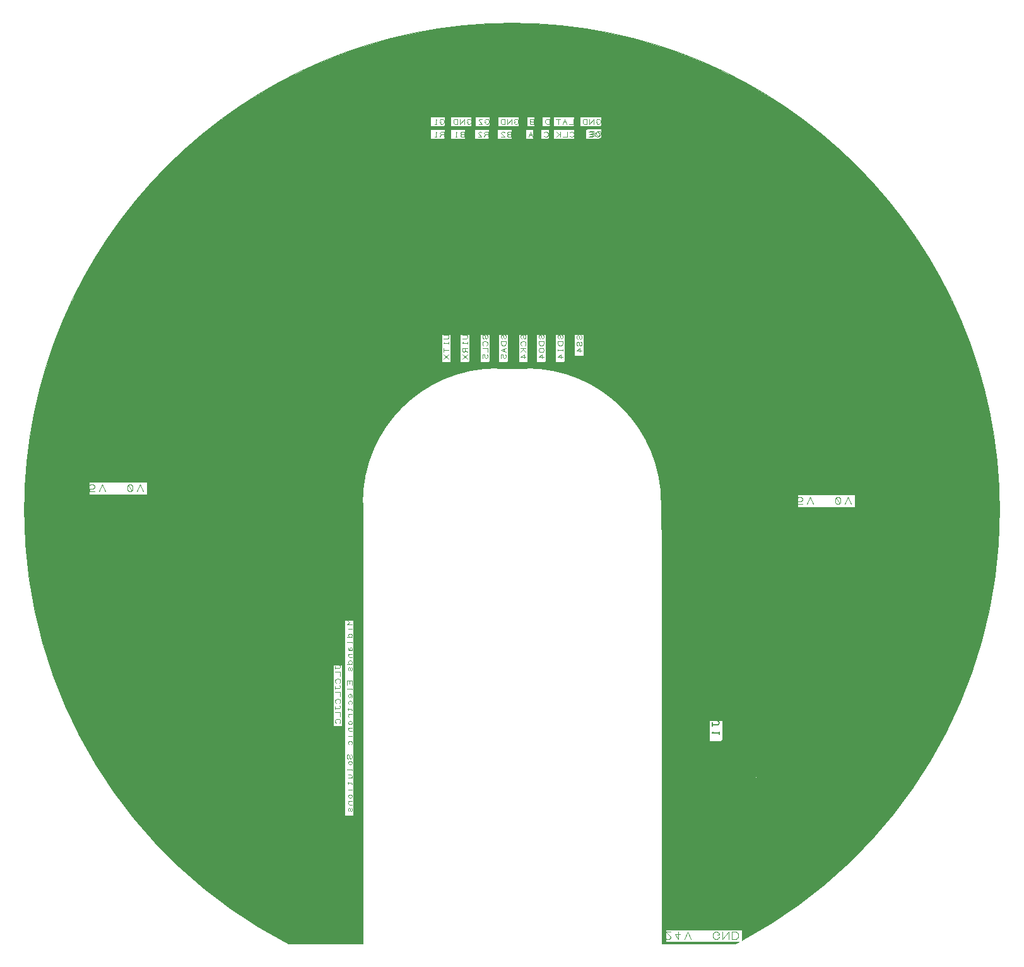
<source format=gbo>
G04 DesignSpark PCB Gerber Version 12.0 Build 5942*
%FSLAX35Y35*%
%MOMM*%
%ADD124C,0.00001*%
%ADD226C,0.07620*%
%ADD12C,0.10000*%
%ADD11C,0.12700*%
X0Y0D02*
D02*
D11*
X44673530Y50550860D02*
X44933530D01*
Y50380860D01*
X44673530D01*
Y50550860D01*
Y50720860D02*
X44933530D01*
Y50550860D01*
X44673530D01*
Y50720860D01*
X44933530Y50550860D02*
X45263530D01*
Y50380860D01*
X44933530D01*
Y50550860D01*
Y50720860D02*
X45263530D01*
Y50550860D01*
X44933530D01*
Y50720860D01*
X45263530Y50550860D02*
X45563530D01*
Y50380860D01*
X45263530D01*
Y50550860D01*
Y50720860D02*
X45563530D01*
Y50550860D01*
X45263530D01*
Y50720860D01*
X45563530Y50550860D02*
X45913530D01*
Y50380860D01*
X45563530D01*
Y50550860D01*
Y50720860D02*
X45913530D01*
Y50550860D01*
X45563530D01*
Y50720860D01*
X45913530Y50550860D02*
X46123530D01*
Y50380860D01*
X45913530D01*
Y50550860D01*
Y50720860D02*
X46123530D01*
Y50550860D01*
X45913530D01*
Y50720860D01*
X46123530Y50550860D02*
X46323530D01*
Y50380860D01*
X46123530D01*
Y50550860D01*
Y50720860D02*
X46323530D01*
Y50550860D01*
X46123530D01*
Y50720860D01*
X46323530Y50550860D02*
X46663530D01*
Y50380860D01*
X46323530D01*
Y50550860D01*
Y50720860D02*
X46663530D01*
Y50550860D01*
X46323530D01*
Y50720860D01*
X46663530Y50550860D02*
X46993530D01*
Y50380860D01*
X46663530D01*
Y50550860D01*
Y50720860D02*
X46993530D01*
Y50550860D01*
X46663530D01*
Y50720860D01*
X48537240Y42585260D02*
X48545180Y42577320D01*
X48553120Y42561450D01*
X48545180Y42545570D01*
X48537240Y42537630D01*
X48457870D01*
Y42521760D01*
Y42537630D02*
Y42569380D01*
X48553120Y42442380D02*
Y42410630D01*
Y42426510D02*
X48457870D01*
X48473740Y42442380D01*
D02*
D12*
X47841930Y41964560D02*
Y43154560D01*
X47981930Y41887760D02*
X48371930D01*
X48191930Y43280360D02*
X48441930Y43282060D01*
X48571930Y41887760D02*
X49146930Y41887060D01*
X48731930Y43282060D02*
X49111930D01*
X49046930Y41824560D02*
G75*
G02*
Y41834560I0J5000D01*
G01*
Y41824560D02*
G75*
G03*
Y41834560I0J5000D01*
G01*
X49301930Y43134560D02*
Y42024560D01*
D02*
D124*
X39226200Y45409390D02*
G75*
G03*
X42771480Y39593110I6543580J-40D01*
G01*
X43763580D01*
Y45516760D01*
G75*
G02*
X45569930Y47323110I1806350J0D01*
G01*
X45967430D01*
G75*
G02*
X47773780Y45516760I0J-1806350D01*
G01*
Y45156810D01*
G75*
G02*
X47776280Y45151760I-3850J-5050D01*
G01*
Y39593110D01*
X48768380D01*
G75*
G03*
X48817580Y39618740I-2996970J5813090D01*
G01*
X47831320D01*
G75*
G02*
X47827510Y39622550I0J3810D01*
G01*
Y39782570D01*
G75*
G02*
X47831320Y39786380I3810J0D01*
G01*
X48854940D01*
G75*
G02*
X48858750Y39782570I0J-3810D01*
G01*
Y39640600D01*
G75*
G03*
X52313550Y45409360I-3088900J5768770D01*
G01*
G75*
G03*
X45769880Y51953040I-6543670J0D01*
G01*
G75*
G02*
X45769820I-30J6330D01*
G01*
G75*
G03*
X39226200Y45409390I0J-6543650D01*
G01*
X47836930Y41964560D02*
Y43154560D01*
G75*
G02*
X47846930I5000J0D01*
G01*
Y41964560D01*
G75*
G02*
X47836930I-5000J0D01*
G01*
X47981930Y41892760D02*
X48371930D01*
G75*
G02*
X48376930Y41887760I0J-5000D01*
G01*
G75*
G02*
X48371930Y41882760I-5000J0D01*
G01*
X47981930D01*
G75*
G02*
X47976930Y41887760I0J5000D01*
G01*
G75*
G02*
X47981930Y41892760I5000J0D01*
G01*
X48191900Y43285360D02*
X48441900Y43287060D01*
G75*
G02*
X48446930Y43282060I30J-5000D01*
G01*
G75*
G02*
X48441960Y43277060I-5000J0D01*
G01*
X48191960Y43275360D01*
G75*
G02*
X48186930Y43280360I-30J5000D01*
G01*
G75*
G02*
X48191900Y43285360I5000J0D01*
G01*
X48411830Y42324910D02*
Y42591610D01*
G75*
G02*
X48418180Y42597960I6350J0D01*
G01*
X48583280D01*
G75*
G02*
X48589630Y42591610I0J-6350D01*
G01*
Y42324910D01*
G75*
G02*
X48583280Y42318560I-6350J0D01*
G01*
X48418180D01*
G75*
G02*
X48411830Y42324910I0J6350D01*
G01*
X48571940Y41892760D02*
X49146940Y41892060D01*
G75*
G02*
X49151930Y41887060I0J-5000D01*
G01*
G75*
G02*
X49146920Y41882060I-5010J0D01*
G01*
X48571920Y41882760D01*
G75*
G02*
X48566930Y41887760I0J5000D01*
G01*
G75*
G02*
X48571940Y41892760I5010J0D01*
G01*
X49040930Y41837560D02*
G75*
G02*
X49046930Y41839560I3500J-500D01*
G01*
G75*
G02*
X49052930Y41837560I2500J-2500D01*
G01*
G75*
G02*
X49056930Y41829560I-6000J-8000D01*
G01*
G75*
G02*
X49052930Y41821560I-10000J0D01*
G01*
G75*
G02*
X49046930Y41819560I-3500J500D01*
G01*
G75*
G02*
X49040930Y41821560I-2500J2500D01*
G01*
G75*
G02*
X49036930Y41829560I6000J8000D01*
G01*
G75*
G02*
X49040930Y41837560I10000J0D01*
G01*
X48731930Y43287060D02*
X49111930D01*
G75*
G02*
X49116930Y43282060I0J-5000D01*
G01*
G75*
G02*
X49111930Y43277060I-5000J0D01*
G01*
X48731930D01*
G75*
G02*
X48726930Y43282060I0J5000D01*
G01*
G75*
G02*
X48731930Y43287060I5000J0D01*
G01*
X49296930Y42024560D02*
Y43134560D01*
G75*
G02*
X49306930I5000J0D01*
G01*
Y42024560D01*
G75*
G02*
X49296930I-5000J0D01*
G01*
X49597310Y45458250D02*
Y45618270D01*
G75*
G02*
X49601120Y45622080I3810J0D01*
G01*
X50370740D01*
G75*
G02*
X50374550Y45618270I0J-3810D01*
G01*
Y45458250D01*
G75*
G02*
X50370740Y45454440I-3810J0D01*
G01*
X49601120D01*
G75*
G02*
X49597310Y45458250I0J3810D01*
G01*
X40096710Y45628850D02*
Y45788870D01*
G75*
G02*
X40100520Y45792680I3810J0D01*
G01*
X40870140D01*
G75*
G02*
X40873950Y45788870I0J-3810D01*
G01*
Y45628850D01*
G75*
G02*
X40870140Y45625040I-3810J0D01*
G01*
X40100520D01*
G75*
G02*
X40096710Y45628850I0J3810D01*
G01*
X43365610Y42519150D02*
Y43336770D01*
G75*
G02*
X43369420Y43340580I3810J0D01*
G01*
X43485040D01*
G75*
G02*
X43488850Y43336770I0J-3810D01*
G01*
Y42519150D01*
G75*
G02*
X43485040Y42515340I-3810J0D01*
G01*
X43369420D01*
G75*
G02*
X43365610Y42519150I0J3810D01*
G01*
X43520410Y41323150D02*
Y43940770D01*
G75*
G02*
X43524220Y43944580I3810J0D01*
G01*
X43639840D01*
G75*
G02*
X43643650Y43940770I0J-3810D01*
G01*
Y41323150D01*
G75*
G02*
X43639840Y41319340I-3810J0D01*
G01*
X43524220D01*
G75*
G02*
X43520410Y41323150I0J3810D01*
G01*
X44667180Y50550860D02*
Y50720860D01*
G75*
G02*
X44669040Y50725350I6350J0D01*
G01*
G75*
G02*
X44673530Y50727210I4490J-4490D01*
G01*
X44933530D01*
X45263530D01*
X45563530D01*
X45913530D01*
X46123530D01*
X46323530D01*
X46663530D01*
X46993530D01*
G75*
G02*
X46998020Y50725350I0J-6350D01*
G01*
G75*
G02*
X46999880Y50720860I-4490J-4490D01*
G01*
Y50550860D01*
Y50380860D01*
G75*
G02*
X46993530Y50374510I-6350J0D01*
G01*
X46663530D01*
X46323530D01*
X46123530D01*
X45913530D01*
X45563530D01*
X45263530D01*
X44933530D01*
X44673530D01*
G75*
G02*
X44667180Y50380860I0J6350D01*
G01*
Y50550860D01*
X46353210Y47407950D02*
Y47775570D01*
G75*
G02*
X46357020Y47779380I3810J0D01*
G01*
X46472640D01*
G75*
G02*
X46476450Y47775570I0J-3810D01*
G01*
Y47407950D01*
G75*
G02*
X46472640Y47404140I-3810J0D01*
G01*
X46357020D01*
G75*
G02*
X46353210Y47407950I0J3810D01*
G01*
X46607710Y47492150D02*
Y47769770D01*
G75*
G02*
X46611520Y47773580I3810J0D01*
G01*
X46727140D01*
G75*
G02*
X46730950Y47769770I0J-3810D01*
G01*
Y47492150D01*
G75*
G02*
X46727140Y47488340I-3810J0D01*
G01*
X46611520D01*
G75*
G02*
X46607710Y47492150I0J3810D01*
G01*
X46098710Y47407950D02*
Y47775570D01*
G75*
G02*
X46102520Y47779380I3810J0D01*
G01*
X46218140D01*
G75*
G02*
X46221950Y47775570I0J-3810D01*
G01*
Y47407950D01*
G75*
G02*
X46218140Y47404140I-3810J0D01*
G01*
X46102520D01*
G75*
G02*
X46098710Y47407950I0J3810D01*
G01*
X45589710D02*
Y47775570D01*
G75*
G02*
X45593520Y47779380I3810J0D01*
G01*
X45709140D01*
G75*
G02*
X45712950Y47775570I0J-3810D01*
G01*
Y47407950D01*
G75*
G02*
X45709140Y47404140I-3810J0D01*
G01*
X45593520D01*
G75*
G02*
X45589710Y47407950I0J3810D01*
G01*
X45856010D02*
Y47775570D01*
G75*
G02*
X45859820Y47779380I3810J0D01*
G01*
X45975440D01*
G75*
G02*
X45979250Y47775570I0J-3810D01*
G01*
Y47407950D01*
G75*
G02*
X45975440Y47404140I-3810J0D01*
G01*
X45859820D01*
G75*
G02*
X45856010Y47407950I0J3810D01*
G01*
X45343110D02*
Y47775570D01*
G75*
G02*
X45346920Y47779380I3810J0D01*
G01*
X45462540D01*
G75*
G02*
X45466350Y47775570I0J-3810D01*
G01*
Y47407950D01*
G75*
G02*
X45462540Y47404140I-3810J0D01*
G01*
X45346920D01*
G75*
G02*
X45343110Y47407950I0J3810D01*
G01*
X45072910D02*
Y47775570D01*
G75*
G02*
X45076720Y47779380I3810J0D01*
G01*
X45192340D01*
G75*
G02*
X45196150Y47775570I0J-3810D01*
G01*
Y47407950D01*
G75*
G02*
X45192340Y47404140I-3810J0D01*
G01*
X45076720D01*
G75*
G02*
X45072910Y47407950I0J3810D01*
G01*
X44822310D02*
Y47775570D01*
G75*
G02*
X44826120Y47779380I3810J0D01*
G01*
X44941740D01*
G75*
G02*
X44945550Y47775570I0J-3810D01*
G01*
Y47407950D01*
G75*
G02*
X44941740Y47404140I-3810J0D01*
G01*
X44826120D01*
G75*
G02*
X44822310Y47407950I0J3810D01*
G01*
X40292230Y41829560D02*
G36*
X40292230Y41829560D02*
G75*
G03*
X42771480Y39593110I5477630J3579870D01*
G01*
X43763580D01*
Y41829560D01*
X43643650D01*
Y41323150D01*
G75*
G02*
X43639840Y41319340I-3810J0D01*
G01*
X43524220D01*
G75*
G02*
X43520410Y41323150I0J3810D01*
G01*
Y41829560D01*
X40292230D01*
G37*
X47776280D02*
G36*
X47776280Y41829560D02*
Y39593110D01*
X48768380D01*
G75*
G03*
X48817580Y39618740I-2815790J5465300D01*
G01*
X47831320D01*
G75*
G02*
X47827510Y39622550I0J3810D01*
G01*
Y39782570D01*
G75*
G02*
X47831320Y39786380I3810J0D01*
G01*
X48854940D01*
G75*
G02*
X48858750Y39782570I0J-3810D01*
G01*
Y39640600D01*
G75*
G03*
X51247530Y41829560I-3088960J5768840D01*
G01*
X49056930D01*
G75*
G02*
X49052930Y41821560I-10040J20D01*
G01*
G75*
G02*
X49046930Y41819560I-3500J510D01*
G01*
G75*
G02*
X49040930Y41821560I-2500J2510D01*
G01*
G75*
G02*
X49036930Y41829560I6040J8020D01*
G01*
X47776280D01*
G37*
X40254630Y41887760D02*
G36*
X40254630Y41887760D02*
G75*
G03*
X40292230Y41829560I5521410J3525850D01*
G01*
X43520410D01*
Y41887760D01*
X40254630D01*
G37*
X43643650D02*
G36*
X43643650Y41887760D02*
Y41829560D01*
X43763580D01*
Y41887760D01*
X43643650D01*
G37*
X47776280D02*
G36*
X47776280Y41887760D02*
Y41829560D01*
X49036930D01*
G75*
G02*
X49040930Y41837560I10040J-20D01*
G01*
G75*
G02*
X49046930Y41839560I3500J-510D01*
G01*
G75*
G02*
X49052930Y41837560I2500J-2510D01*
G01*
G75*
G02*
X49056930Y41829560I-6040J-8020D01*
G01*
X51247530D01*
G75*
G03*
X51285130Y41887760I-5483810J3584050D01*
G01*
X49151880D01*
G75*
G02*
X49151930Y41887080I-4900J-700D01*
G01*
G75*
G02*
Y41887060I-6590J-10D01*
G01*
G75*
G02*
Y41887040I-6590J-10D01*
G01*
G75*
G02*
X49146920Y41882060I-4980J0D01*
G01*
X48571920Y41882760D01*
G75*
G02*
X48566930Y41887740I0J4980D01*
G01*
G75*
G02*
Y41887760I6590J10D01*
G01*
X48376930D01*
G75*
G02*
Y41887740I-6590J-10D01*
G01*
G75*
G02*
X48371930Y41882760I-5000J0D01*
G01*
X47981930D01*
G75*
G02*
X47976930Y41887740I0J4980D01*
G01*
G75*
G02*
Y41887760I6590J10D01*
G01*
X47776280D01*
G37*
X39879350Y42559560D02*
G36*
X39879350Y42559560D02*
G75*
G03*
X40254630Y41887760I5891080J2850150D01*
G01*
X43520410D01*
Y42559560D01*
X43488850D01*
Y42519150D01*
G75*
G02*
X43485040Y42515340I-3810J0D01*
G01*
X43369420D01*
G75*
G02*
X43365610Y42519150I0J3810D01*
G01*
Y42559560D01*
X39879350D01*
G37*
X43643650D02*
G36*
X43643650Y42559560D02*
Y41887760D01*
X43763580D01*
Y42559560D01*
X43643650D01*
G37*
X47776280D02*
G36*
X47776280Y42559560D02*
Y41887760D01*
X47976930D01*
G75*
G02*
Y41887780I6590J10D01*
G01*
G75*
G02*
X47981930Y41892760I5000J0D01*
G01*
X48371930D01*
G75*
G02*
X48376930Y41887780I0J-4980D01*
G01*
G75*
G02*
Y41887760I-6590J-10D01*
G01*
X48566930D01*
G75*
G02*
Y41887780I6590J10D01*
G01*
G75*
G02*
X48571940Y41892760I4980J0D01*
G01*
X49146940Y41892060D01*
G75*
G02*
X49151880Y41887760I0J-4980D01*
G01*
X51285130D01*
G75*
G03*
X51660400Y42559560I-5515810J3521860D01*
G01*
X49306930D01*
Y42024560D01*
G75*
G02*
X49296930I-5000J0D01*
G01*
Y42559560D01*
X48589630D01*
Y42324910D01*
G75*
G02*
X48583280Y42318560I-6350J0D01*
G01*
X48418180D01*
G75*
G02*
X48411830Y42324910I0J6350D01*
G01*
Y42559560D01*
X47846930D01*
Y41964560D01*
G75*
G02*
X47836930I-5000J0D01*
G01*
Y42559560D01*
X47776280D01*
G37*
X39581930Y43281210D02*
G36*
X39581930Y43281210D02*
G75*
G03*
X39879350Y42559560I6188260J2128310D01*
G01*
X43365610D01*
Y43281210D01*
X39581930D01*
G37*
X43488850D02*
G36*
X43488850Y43281210D02*
Y42559560D01*
X43520410D01*
Y43281210D01*
X43488850D01*
G37*
X43643650D02*
G36*
X43643650Y43281210D02*
Y42559560D01*
X43763580D01*
Y43281210D01*
X43643650D01*
G37*
X47776280D02*
G36*
X47776280Y43281210D02*
Y42559560D01*
X47836930D01*
Y43154560D01*
G75*
G02*
X47846930I5000J0D01*
G01*
Y42559560D01*
X48411830D01*
Y42591610D01*
G75*
G02*
X48418180Y42597960I6350J0D01*
G01*
X48583280D01*
G75*
G02*
X48589630Y42591610I0J-6350D01*
G01*
Y42559560D01*
X49296930D01*
Y43134560D01*
G75*
G02*
X49306930I5000J0D01*
G01*
Y42559560D01*
X51660400D01*
G75*
G03*
X51957820Y43281210I-5890840J2849960D01*
G01*
X49116860D01*
G75*
G02*
X49111930Y43277060I-4910J840D01*
G01*
X48731930D01*
G75*
G02*
X48727000Y43281210I-20J4990D01*
G01*
X48446860D01*
G75*
G02*
X48441960Y43277060I-4930J850D01*
G01*
X48191960Y43275360D01*
G75*
G02*
X48186930Y43280360I-30J5000D01*
G01*
G75*
G02*
X48187000Y43281210I5000J20D01*
G01*
X47776280D01*
G37*
X39226200Y45409390D02*
G36*
X39226200Y45409390D02*
Y45409340D01*
G75*
G03*
X39581930Y43281210I6543630J10D01*
G01*
X43365610D01*
Y43336770D01*
G75*
G02*
X43369420Y43340580I3810J0D01*
G01*
X43485040D01*
G75*
G02*
X43488850Y43336770I0J-3810D01*
G01*
Y43281210D01*
X43520410D01*
Y43940770D01*
G75*
G02*
X43524220Y43944580I3810J0D01*
G01*
X43639840D01*
G75*
G02*
X43643650Y43940770I0J-3810D01*
G01*
Y43281210D01*
X43763580D01*
Y45516760D01*
G75*
G02*
X43763710Y45538260I1808940J-190D01*
G01*
X39227470D01*
G75*
G03*
X39226200Y45409440I6548260J-128970D01*
G01*
Y45409390D01*
G37*
X47773780Y45516760D02*
G36*
X47773780Y45516760D02*
Y45156810D01*
G75*
G02*
X47776280Y45151760I-3850J-5050D01*
G01*
Y43281210D01*
X48187000D01*
G75*
G02*
X48191900Y43285360I4930J-850D01*
G01*
X48441900Y43287060D01*
G75*
G02*
X48446930Y43282060I30J-5000D01*
G01*
G75*
G02*
X48446860Y43281210I-5000J-20D01*
G01*
X48727000D01*
G75*
G02*
X48726930Y43282040I4890J830D01*
G01*
G75*
G02*
Y43282060I6590J10D01*
G01*
G75*
G02*
Y43282080I6590J10D01*
G01*
G75*
G02*
X48731930Y43287060I5000J0D01*
G01*
X49111930D01*
G75*
G02*
X49116930Y43282080I0J-4980D01*
G01*
G75*
G02*
Y43282060I-6590J-10D01*
G01*
G75*
G02*
Y43282040I-6590J-10D01*
G01*
G75*
G02*
X49116860Y43281210I-4960J0D01*
G01*
X51957820D01*
G75*
G03*
X52313550Y45409360I-6188300J2128210D01*
G01*
G75*
G03*
X52312280Y45538260I-6547790J-60D01*
G01*
X50374550D01*
Y45458250D01*
G75*
G02*
X50370740Y45454440I-3810J0D01*
G01*
X49601120D01*
G75*
G02*
X49597310Y45458250I0J3810D01*
G01*
Y45538260D01*
X47773650D01*
G75*
G02*
X47773780Y45516760I-1808810J-21690D01*
G01*
G37*
X39233050Y45708860D02*
G36*
X39233050Y45708860D02*
G75*
G03*
X39227470Y45538260I6539450J-299280D01*
G01*
X43763710D01*
G75*
G02*
X43773820Y45708860I1806490J-21460D01*
G01*
X40873950D01*
Y45628850D01*
G75*
G02*
X40870140Y45625040I-3810J0D01*
G01*
X40100520D01*
G75*
G02*
X40096710Y45628850I0J3810D01*
G01*
Y45708860D01*
X39233050D01*
G37*
X47763540D02*
G36*
X47763540Y45708860D02*
G75*
G02*
X47773650Y45538260I-1796380J-192060D01*
G01*
X49597310D01*
Y45618270D01*
G75*
G02*
X49601120Y45622080I3810J0D01*
G01*
X50370740D01*
G75*
G02*
X50374550Y45618270I0J-3810D01*
G01*
Y45538260D01*
X52312280D01*
G75*
G03*
X52306690Y45708860I-6545030J-129070D01*
G01*
X47763540D01*
G37*
X39600830Y47591760D02*
G36*
X39600830Y47591760D02*
G75*
G03*
X39233050Y45708860I6169340J-2182400D01*
G01*
X40096710D01*
Y45788870D01*
G75*
G02*
X40100520Y45792680I3810J0D01*
G01*
X40870140D01*
G75*
G02*
X40873950Y45788870I0J-3810D01*
G01*
Y45708860D01*
X43773820D01*
G75*
G02*
X45569930Y47323110I1796130J-192120D01*
G01*
X45967430D01*
G75*
G02*
X47763540Y45708860I-20J-1806370D01*
G01*
X52306690D01*
G75*
G03*
X51938890Y47591760I-6537130J-299570D01*
G01*
X46730950D01*
Y47492150D01*
G75*
G02*
X46727140Y47488340I-3810J0D01*
G01*
X46611520D01*
G75*
G02*
X46607710Y47492150I0J3810D01*
G01*
Y47591760D01*
X46476450D01*
Y47407950D01*
G75*
G02*
X46472640Y47404140I-3810J0D01*
G01*
X46357020D01*
G75*
G02*
X46353210Y47407950I0J3810D01*
G01*
Y47591760D01*
X46221950D01*
Y47407950D01*
G75*
G02*
X46218140Y47404140I-3810J0D01*
G01*
X46102520D01*
G75*
G02*
X46098710Y47407950I0J3810D01*
G01*
Y47591760D01*
X45979250D01*
Y47407950D01*
G75*
G02*
X45975440Y47404140I-3810J0D01*
G01*
X45859820D01*
G75*
G02*
X45856010Y47407950I0J3810D01*
G01*
Y47591760D01*
X45712950D01*
Y47407950D01*
G75*
G02*
X45709140Y47404140I-3810J0D01*
G01*
X45593520D01*
G75*
G02*
X45589710Y47407950I0J3810D01*
G01*
Y47591760D01*
X45466350D01*
Y47407950D01*
G75*
G02*
X45462540Y47404140I-3810J0D01*
G01*
X45346920D01*
G75*
G02*
X45343110Y47407950I0J3810D01*
G01*
Y47591760D01*
X45196150D01*
Y47407950D01*
G75*
G02*
X45192340Y47404140I-3810J0D01*
G01*
X45076720D01*
G75*
G02*
X45072910Y47407950I0J3810D01*
G01*
Y47591760D01*
X44945550D01*
Y47407950D01*
G75*
G02*
X44941740Y47404140I-3810J0D01*
G01*
X44826120D01*
G75*
G02*
X44822310Y47407950I0J3810D01*
G01*
Y47591760D01*
X39600830D01*
G37*
X41722020Y50550860D02*
G36*
X41722020Y50550860D02*
G75*
G03*
X39600830Y47591760I4047850J-5141470D01*
G01*
X44822310D01*
Y47775570D01*
G75*
G02*
X44826120Y47779380I3810J0D01*
G01*
X44941740D01*
G75*
G02*
X44945550Y47775570I0J-3810D01*
G01*
Y47591760D01*
X45072910D01*
Y47775570D01*
G75*
G02*
X45076720Y47779380I3810J0D01*
G01*
X45192340D01*
G75*
G02*
X45196150Y47775570I0J-3810D01*
G01*
Y47591760D01*
X45343110D01*
Y47775570D01*
G75*
G02*
X45346920Y47779380I3810J0D01*
G01*
X45462540D01*
G75*
G02*
X45466350Y47775570I0J-3810D01*
G01*
Y47591760D01*
X45589710D01*
Y47775570D01*
G75*
G02*
X45593520Y47779380I3810J0D01*
G01*
X45709140D01*
G75*
G02*
X45712950Y47775570I0J-3810D01*
G01*
Y47591760D01*
X45856010D01*
Y47775570D01*
G75*
G02*
X45859820Y47779380I3810J0D01*
G01*
X45975440D01*
G75*
G02*
X45979250Y47775570I0J-3810D01*
G01*
Y47591760D01*
X46098710D01*
Y47775570D01*
G75*
G02*
X46102520Y47779380I3810J0D01*
G01*
X46218140D01*
G75*
G02*
X46221950Y47775570I0J-3810D01*
G01*
Y47591760D01*
X46353210D01*
Y47775570D01*
G75*
G02*
X46357020Y47779380I3810J0D01*
G01*
X46472640D01*
G75*
G02*
X46476450Y47775570I0J-3810D01*
G01*
Y47591760D01*
X46607710D01*
Y47769770D01*
G75*
G02*
X46611520Y47773580I3810J0D01*
G01*
X46727140D01*
G75*
G02*
X46730950Y47769770I0J-3810D01*
G01*
Y47591760D01*
X51938890D01*
G75*
G03*
X49817660Y50550860I-6169060J-2182440D01*
G01*
X46999880D01*
Y50380860D01*
G75*
G02*
X46993530Y50374510I-6350J0D01*
G01*
X46663530D01*
X46323530D01*
X46123530D01*
X45913530D01*
X45563530D01*
X45263530D01*
X44933530D01*
X44673530D01*
G75*
G02*
X44667180Y50380860I0J6350D01*
G01*
Y50550860D01*
X41722020D01*
G37*
G36*
X41722020Y50550860D02*
X44667180D01*
Y50720860D01*
G75*
G02*
Y50720880I8070J10D01*
G01*
G75*
G02*
X44669040Y50725350I6310J0D01*
G01*
G75*
G02*
X44673530Y50727210I4470J-4450D01*
G01*
X44933530D01*
X45263530D01*
X45563530D01*
X45913530D01*
X46123530D01*
X46323530D01*
X46663530D01*
X46993530D01*
G75*
G02*
X46998020Y50725350I20J-6310D01*
G01*
G75*
G02*
X46999880Y50720880I-4450J-4470D01*
G01*
G75*
G02*
Y50720860I-8070J-10D01*
G01*
Y50550860D01*
X49817660D01*
G75*
G03*
X45769880Y51953040I-4047830J-5141580D01*
G01*
X45769820D01*
X45769770D01*
G75*
G03*
X41722020Y50550860I70J-6543710D01*
G01*
G37*
X44679880Y50544510D02*
Y50526180D01*
X44863440D01*
G75*
G02*
X44867250Y50522370I0J-3810D01*
G01*
Y50406750D01*
G75*
G02*
X44863440Y50402940I-3810J0D01*
G01*
X44679880D01*
Y50387210D01*
X44927180D01*
Y50544510D01*
X44679880D01*
G36*
X44679880Y50544510D02*
Y50526180D01*
X44863440D01*
G75*
G02*
X44867250Y50522370I0J-3810D01*
G01*
Y50406750D01*
G75*
G02*
X44863440Y50402940I-3810J0D01*
G01*
X44679880D01*
Y50387210D01*
X44927180D01*
Y50544510D01*
X44679880D01*
G37*
Y50714510D02*
Y50696480D01*
X44861640D01*
G75*
G02*
X44865450Y50692670I0J-3810D01*
G01*
Y50577050D01*
G75*
G02*
X44861640Y50573240I-3810J0D01*
G01*
X44679880D01*
Y50557210D01*
X44927180D01*
Y50714510D01*
X44679880D01*
G36*
X44679880Y50714510D02*
Y50696480D01*
X44861640D01*
G75*
G02*
X44865450Y50692670I0J-3810D01*
G01*
Y50577050D01*
G75*
G02*
X44861640Y50573240I-3810J0D01*
G01*
X44679880D01*
Y50557210D01*
X44927180D01*
Y50714510D01*
X44679880D01*
G37*
X44939880Y50544510D02*
Y50387210D01*
X45257180D01*
Y50544510D01*
X44939880D01*
X44946010Y50406750D02*
Y50522370D01*
G75*
G02*
X44949820Y50526180I3810J0D01*
G01*
X45137440D01*
G75*
G02*
X45141250Y50522370I0J-3810D01*
G01*
Y50406750D01*
G75*
G02*
X45137440Y50402940I-3810J0D01*
G01*
X44949820D01*
G75*
G02*
X44946010Y50406750I0J3810D01*
G01*
X44939880Y50464560D02*
G36*
X44939880Y50464560D02*
Y50387210D01*
X45257180D01*
Y50464560D01*
X45141250D01*
Y50406750D01*
G75*
G02*
X45137440Y50402940I-3810J0D01*
G01*
X44949820D01*
G75*
G02*
X44946010Y50406750I0J3810D01*
G01*
Y50464560D01*
X44939880D01*
G37*
Y50544510D02*
G36*
X44939880Y50544510D02*
Y50464560D01*
X44946010D01*
Y50522370D01*
G75*
G02*
X44949820Y50526180I3810J0D01*
G01*
X45137440D01*
G75*
G02*
X45141250Y50522370I0J-3810D01*
G01*
Y50464560D01*
X45257180D01*
Y50544510D01*
X44939880D01*
G37*
Y50714510D02*
Y50557210D01*
X45257180D01*
Y50714510D01*
X44939880D01*
X44942310Y50577050D02*
Y50692670D01*
G75*
G02*
X44946120Y50696480I3810J0D01*
G01*
X45223740D01*
G75*
G02*
X45227550Y50692670I0J-3810D01*
G01*
Y50577050D01*
G75*
G02*
X45223740Y50573240I-3810J0D01*
G01*
X44946120D01*
G75*
G02*
X44942310Y50577050I0J3810D01*
G01*
X44939880Y50634860D02*
G36*
X44939880Y50634860D02*
Y50557210D01*
X45257180D01*
Y50634860D01*
X45227550D01*
Y50577050D01*
G75*
G02*
X45223740Y50573240I-3810J0D01*
G01*
X44946120D01*
G75*
G02*
X44942310Y50577050I0J3810D01*
G01*
Y50634860D01*
X44939880D01*
G37*
Y50714510D02*
G36*
X44939880Y50714510D02*
Y50634860D01*
X44942310D01*
Y50692670D01*
G75*
G02*
X44946120Y50696480I3810J0D01*
G01*
X45223740D01*
G75*
G02*
X45227550Y50692670I0J-3810D01*
G01*
Y50634860D01*
X45257180D01*
Y50714510D01*
X44939880D01*
G37*
X45269880Y50544510D02*
Y50526180D01*
X45454640D01*
G75*
G02*
X45458450Y50522370I0J-3810D01*
G01*
Y50406750D01*
G75*
G02*
X45454640Y50402940I-3810J0D01*
G01*
X45269880D01*
Y50387210D01*
X45557180D01*
Y50544510D01*
X45269880D01*
G36*
X45269880Y50544510D02*
Y50526180D01*
X45454640D01*
G75*
G02*
X45458450Y50522370I0J-3810D01*
G01*
Y50406750D01*
G75*
G02*
X45454640Y50402940I-3810J0D01*
G01*
X45269880D01*
Y50387210D01*
X45557180D01*
Y50544510D01*
X45269880D01*
G37*
Y50714510D02*
Y50557210D01*
X45557180D01*
Y50714510D01*
X45269880D01*
X45273110Y50577050D02*
Y50692670D01*
G75*
G02*
X45276920Y50696480I3810J0D01*
G01*
X45464540D01*
G75*
G02*
X45468350Y50692670I0J-3810D01*
G01*
Y50577050D01*
G75*
G02*
X45464540Y50573240I-3810J0D01*
G01*
X45276920D01*
G75*
G02*
X45273110Y50577050I0J3810D01*
G01*
X45269880Y50634860D02*
G36*
X45269880Y50634860D02*
Y50557210D01*
X45557180D01*
Y50634860D01*
X45468350D01*
Y50577050D01*
G75*
G02*
X45464540Y50573240I-3810J0D01*
G01*
X45276920D01*
G75*
G02*
X45273110Y50577050I0J3810D01*
G01*
Y50634860D01*
X45269880D01*
G37*
Y50714510D02*
G36*
X45269880Y50714510D02*
Y50634860D01*
X45273110D01*
Y50692670D01*
G75*
G02*
X45276920Y50696480I3810J0D01*
G01*
X45464540D01*
G75*
G02*
X45468350Y50692670I0J-3810D01*
G01*
Y50634860D01*
X45557180D01*
Y50714510D01*
X45269880D01*
G37*
X45569880Y50544510D02*
Y50387210D01*
X45907180D01*
Y50544510D01*
X45569880D01*
X45572510Y50406750D02*
Y50522370D01*
G75*
G02*
X45576320Y50526180I3810J0D01*
G01*
X45763940D01*
G75*
G02*
X45767750Y50522370I0J-3810D01*
G01*
Y50406750D01*
G75*
G02*
X45763940Y50402940I-3810J0D01*
G01*
X45576320D01*
G75*
G02*
X45572510Y50406750I0J3810D01*
G01*
X45569880Y50464560D02*
G36*
X45569880Y50464560D02*
Y50387210D01*
X45907180D01*
Y50464560D01*
X45767750D01*
Y50406750D01*
G75*
G02*
X45763940Y50402940I-3810J0D01*
G01*
X45576320D01*
G75*
G02*
X45572510Y50406750I0J3810D01*
G01*
Y50464560D01*
X45569880D01*
G37*
Y50544510D02*
G36*
X45569880Y50544510D02*
Y50464560D01*
X45572510D01*
Y50522370D01*
G75*
G02*
X45576320Y50526180I3810J0D01*
G01*
X45763940D01*
G75*
G02*
X45767750Y50522370I0J-3810D01*
G01*
Y50464560D01*
X45907180D01*
Y50544510D01*
X45569880D01*
G37*
Y50714510D02*
Y50557210D01*
X45907180D01*
Y50714510D01*
X45569880D01*
X45576410Y50577050D02*
Y50692670D01*
G75*
G02*
X45580220Y50696480I3810J0D01*
G01*
X45857840D01*
G75*
G02*
X45861650Y50692670I0J-3810D01*
G01*
Y50577050D01*
G75*
G02*
X45857840Y50573240I-3810J0D01*
G01*
X45580220D01*
G75*
G02*
X45576410Y50577050I0J3810D01*
G01*
X45569880Y50634860D02*
G36*
X45569880Y50634860D02*
Y50557210D01*
X45907180D01*
Y50634860D01*
X45861650D01*
Y50577050D01*
G75*
G02*
X45857840Y50573240I-3810J0D01*
G01*
X45580220D01*
G75*
G02*
X45576410Y50577050I0J3810D01*
G01*
Y50634860D01*
X45569880D01*
G37*
Y50714510D02*
G36*
X45569880Y50714510D02*
Y50634860D01*
X45576410D01*
Y50692670D01*
G75*
G02*
X45580220Y50696480I3810J0D01*
G01*
X45857840D01*
G75*
G02*
X45861650Y50692670I0J-3810D01*
G01*
Y50634860D01*
X45907180D01*
Y50714510D01*
X45569880D01*
G37*
X45919880Y50544510D02*
Y50387210D01*
X46117180D01*
Y50544510D01*
X45919880D01*
X45950210Y50406750D02*
Y50522370D01*
G75*
G02*
X45954020Y50526180I3810J0D01*
G01*
X46051640D01*
G75*
G02*
X46055450Y50522370I0J-3810D01*
G01*
Y50406750D01*
G75*
G02*
X46051640Y50402940I-3810J0D01*
G01*
X45954020D01*
G75*
G02*
X45950210Y50406750I0J3810D01*
G01*
X45919880Y50464560D02*
G36*
X45919880Y50464560D02*
Y50387210D01*
X46117180D01*
Y50464560D01*
X46055450D01*
Y50406750D01*
G75*
G02*
X46051640Y50402940I-3810J0D01*
G01*
X45954020D01*
G75*
G02*
X45950210Y50406750I0J3810D01*
G01*
Y50464560D01*
X45919880D01*
G37*
Y50544510D02*
G36*
X45919880Y50544510D02*
Y50464560D01*
X45950210D01*
Y50522370D01*
G75*
G02*
X45954020Y50526180I3810J0D01*
G01*
X46051640D01*
G75*
G02*
X46055450Y50522370I0J-3810D01*
G01*
Y50464560D01*
X46117180D01*
Y50544510D01*
X45919880D01*
G37*
Y50714510D02*
Y50557210D01*
X46117180D01*
Y50714510D01*
X45919880D01*
X45968010Y50577050D02*
Y50692670D01*
G75*
G02*
X45971820Y50696480I3810J0D01*
G01*
X46069440D01*
G75*
G02*
X46073250Y50692670I0J-3810D01*
G01*
Y50577050D01*
G75*
G02*
X46069440Y50573240I-3810J0D01*
G01*
X45971820D01*
G75*
G02*
X45968010Y50577050I0J3810D01*
G01*
X45919880Y50634860D02*
G36*
X45919880Y50634860D02*
Y50557210D01*
X46117180D01*
Y50634860D01*
X46073250D01*
Y50577050D01*
G75*
G02*
X46069440Y50573240I-3810J0D01*
G01*
X45971820D01*
G75*
G02*
X45968010Y50577050I0J3810D01*
G01*
Y50634860D01*
X45919880D01*
G37*
Y50714510D02*
G36*
X45919880Y50714510D02*
Y50634860D01*
X45968010D01*
Y50692670D01*
G75*
G02*
X45971820Y50696480I3810J0D01*
G01*
X46069440D01*
G75*
G02*
X46073250Y50692670I0J-3810D01*
G01*
Y50634860D01*
X46117180D01*
Y50714510D01*
X45919880D01*
G37*
X46129880Y50544510D02*
Y50387210D01*
X46317180D01*
Y50544510D01*
X46129880D01*
X46157810Y50406750D02*
Y50522370D01*
G75*
G02*
X46161620Y50526180I3810J0D01*
G01*
X46259240D01*
G75*
G02*
X46263050Y50522370I0J-3810D01*
G01*
Y50406750D01*
G75*
G02*
X46259240Y50402940I-3810J0D01*
G01*
X46161620D01*
G75*
G02*
X46157810Y50406750I0J3810D01*
G01*
X46129880Y50464560D02*
G36*
X46129880Y50464560D02*
Y50387210D01*
X46317180D01*
Y50464560D01*
X46263050D01*
Y50406750D01*
G75*
G02*
X46259240Y50402940I-3810J0D01*
G01*
X46161620D01*
G75*
G02*
X46157810Y50406750I0J3810D01*
G01*
Y50464560D01*
X46129880D01*
G37*
Y50544510D02*
G36*
X46129880Y50544510D02*
Y50464560D01*
X46157810D01*
Y50522370D01*
G75*
G02*
X46161620Y50526180I3810J0D01*
G01*
X46259240D01*
G75*
G02*
X46263050Y50522370I0J-3810D01*
G01*
Y50464560D01*
X46317180D01*
Y50544510D01*
X46129880D01*
G37*
Y50714510D02*
Y50557210D01*
X46317180D01*
Y50714510D01*
X46129880D01*
X46175610Y50577050D02*
Y50692670D01*
G75*
G02*
X46179420Y50696480I3810J0D01*
G01*
X46277040D01*
G75*
G02*
X46280850Y50692670I0J-3810D01*
G01*
Y50577050D01*
G75*
G02*
X46277040Y50573240I-3810J0D01*
G01*
X46179420D01*
G75*
G02*
X46175610Y50577050I0J3810D01*
G01*
X46129880Y50634860D02*
G36*
X46129880Y50634860D02*
Y50557210D01*
X46317180D01*
Y50634860D01*
X46280850D01*
Y50577050D01*
G75*
G02*
X46277040Y50573240I-3810J0D01*
G01*
X46179420D01*
G75*
G02*
X46175610Y50577050I0J3810D01*
G01*
Y50634860D01*
X46129880D01*
G37*
Y50714510D02*
G36*
X46129880Y50714510D02*
Y50634860D01*
X46175610D01*
Y50692670D01*
G75*
G02*
X46179420Y50696480I3810J0D01*
G01*
X46277040D01*
G75*
G02*
X46280850Y50692670I0J-3810D01*
G01*
Y50634860D01*
X46317180D01*
Y50714510D01*
X46129880D01*
G37*
X46329880Y50544510D02*
Y50526180D01*
X46603740D01*
G75*
G02*
X46607550Y50522370I0J-3810D01*
G01*
Y50406750D01*
G75*
G02*
X46603740Y50402940I-3810J0D01*
G01*
X46329880D01*
Y50387210D01*
X46657180D01*
Y50544510D01*
X46329880D01*
G36*
X46329880Y50544510D02*
Y50526180D01*
X46603740D01*
G75*
G02*
X46607550Y50522370I0J-3810D01*
G01*
Y50406750D01*
G75*
G02*
X46603740Y50402940I-3810J0D01*
G01*
X46329880D01*
Y50387210D01*
X46657180D01*
Y50544510D01*
X46329880D01*
G37*
Y50714510D02*
Y50696480D01*
X46599940D01*
G75*
G02*
X46603750Y50692670I0J-3810D01*
G01*
Y50577050D01*
G75*
G02*
X46599940Y50573240I-3810J0D01*
G01*
X46329880D01*
Y50557210D01*
X46657180D01*
Y50714510D01*
X46329880D01*
G36*
X46329880Y50714510D02*
Y50696480D01*
X46599940D01*
G75*
G02*
X46603750Y50692670I0J-3810D01*
G01*
Y50577050D01*
G75*
G02*
X46599940Y50573240I-3810J0D01*
G01*
X46329880D01*
Y50557210D01*
X46657180D01*
Y50714510D01*
X46329880D01*
G37*
X46669880Y50544510D02*
Y50387210D01*
X46987180D01*
Y50544510D01*
X46669880D01*
X46754910Y50406750D02*
Y50522370D01*
G75*
G02*
X46758720Y50526180I3810J0D01*
G01*
X46770510D01*
Y50532270D01*
G75*
G02*
X46774320Y50536080I3810J0D01*
G01*
X46961940D01*
G75*
G02*
X46965750Y50532270I0J-3810D01*
G01*
Y50416650D01*
G75*
G02*
X46961940Y50412840I-3810J0D01*
G01*
X46950150D01*
Y50406750D01*
G75*
G02*
X46946340Y50402940I-3810J0D01*
G01*
X46758720D01*
G75*
G02*
X46754910Y50406750I0J3810D01*
G01*
X46669880Y50469510D02*
G36*
X46669880Y50469510D02*
Y50387210D01*
X46987180D01*
Y50469510D01*
X46965750D01*
Y50416650D01*
G75*
G02*
X46961940Y50412840I-3810J0D01*
G01*
X46950150D01*
Y50406750D01*
G75*
G02*
X46946340Y50402940I-3810J0D01*
G01*
X46758720D01*
G75*
G02*
X46754910Y50406750I0J3810D01*
G01*
Y50469510D01*
X46669880D01*
G37*
Y50544510D02*
G36*
X46669880Y50544510D02*
Y50469510D01*
X46754910D01*
Y50522370D01*
G75*
G02*
X46758720Y50526180I3810J0D01*
G01*
X46770510D01*
Y50532270D01*
G75*
G02*
X46774320Y50536080I3810J0D01*
G01*
X46961940D01*
G75*
G02*
X46965750Y50532270I0J-3810D01*
G01*
Y50469510D01*
X46987180D01*
Y50544510D01*
X46669880D01*
G37*
Y50714510D02*
Y50557210D01*
X46987180D01*
Y50714510D01*
X46669880D01*
X46678510Y50577050D02*
Y50692670D01*
G75*
G02*
X46682320Y50696480I3810J0D01*
G01*
X46959940D01*
G75*
G02*
X46963750Y50692670I0J-3810D01*
G01*
Y50577050D01*
G75*
G02*
X46959940Y50573240I-3810J0D01*
G01*
X46682320D01*
G75*
G02*
X46678510Y50577050I0J3810D01*
G01*
X46669880Y50634860D02*
G36*
X46669880Y50634860D02*
Y50557210D01*
X46987180D01*
Y50634860D01*
X46963750D01*
Y50577050D01*
G75*
G02*
X46959940Y50573240I-3810J0D01*
G01*
X46682320D01*
G75*
G02*
X46678510Y50577050I0J3810D01*
G01*
Y50634860D01*
X46669880D01*
G37*
Y50714510D02*
G36*
X46669880Y50714510D02*
Y50634860D01*
X46678510D01*
Y50692670D01*
G75*
G02*
X46682320Y50696480I3810J0D01*
G01*
X46959940D01*
G75*
G02*
X46963750Y50692670I0J-3810D01*
G01*
Y50634860D01*
X46987180D01*
Y50714510D01*
X46669880D01*
G37*
D02*
D226*
X40104330Y45753310D02*
X40120210Y45761250D01*
X40144020D01*
X40159890Y45753310D01*
X40167830Y45737430D01*
Y45729500D01*
X40159890Y45713620D01*
X40144020Y45705680D01*
X40104330D01*
Y45666000D01*
X40167830D01*
X40231330D02*
X40271020Y45761250D01*
X40310710Y45666000D01*
X40620270Y45753310D02*
X40636140Y45761250D01*
X40652020D01*
X40667890Y45753310D01*
X40675830Y45737430D01*
Y45689810D01*
X40667890Y45673930D01*
X40652020Y45666000D01*
X40636140D01*
X40620270Y45673930D01*
X40612330Y45689810D01*
Y45737430D01*
X40620270Y45753310D01*
X40667890Y45673930D01*
X40739330Y45666000D02*
X40779020Y45761250D01*
X40818710Y45666000D01*
X43453100Y43332960D02*
X43458730Y43327330D01*
X43464350Y43316080D01*
X43458730Y43304830D01*
X43453100Y43299210D01*
X43396850D01*
Y43287960D01*
Y43299210D02*
Y43321710D01*
Y43242960D02*
X43464350D01*
Y43186710D01*
X43453100Y43096710D02*
X43458730Y43102330D01*
X43464350Y43113580D01*
Y43130460D01*
X43458730Y43141710D01*
X43453100Y43147330D01*
X43441850Y43152960D01*
X43419350D01*
X43408100Y43147330D01*
X43402480Y43141710D01*
X43396850Y43130460D01*
Y43113580D01*
X43402480Y43102330D01*
X43408100Y43096710D01*
X43453100Y43062960D02*
X43458730Y43057330D01*
X43464350Y43046080D01*
X43458730Y43034830D01*
X43453100Y43029210D01*
X43396850D01*
Y43017960D01*
Y43029210D02*
Y43051710D01*
Y42972960D02*
X43464350D01*
Y42916710D01*
X43453100Y42826710D02*
X43458730Y42832330D01*
X43464350Y42843580D01*
Y42860460D01*
X43458730Y42871710D01*
X43453100Y42877330D01*
X43441850Y42882960D01*
X43419350D01*
X43408100Y42877330D01*
X43402480Y42871710D01*
X43396850Y42860460D01*
Y42843580D01*
X43402480Y42832330D01*
X43408100Y42826710D01*
X43453100Y42792960D02*
X43458730Y42787330D01*
X43464350Y42776080D01*
X43458730Y42764830D01*
X43453100Y42759210D01*
X43396850D01*
Y42747960D01*
Y42759210D02*
Y42781710D01*
Y42702960D02*
X43464350D01*
Y42646710D01*
X43453100Y42556710D02*
X43458730Y42562330D01*
X43464350Y42573580D01*
Y42590460D01*
X43458730Y42601710D01*
X43453100Y42607330D01*
X43441850Y42612960D01*
X43419350D01*
X43408100Y42607330D01*
X43402480Y42601710D01*
X43396850Y42590460D01*
Y42573580D01*
X43402480Y42562330D01*
X43408100Y42556710D01*
X43619150Y43936960D02*
X43551650D01*
X43585400Y43908830D01*
X43551650Y43880710D01*
X43619150D01*
Y43824460D02*
X43574150D01*
X43557280D02*
X43591030Y43711960D02*
X43579780Y43717580D01*
X43574150Y43728830D01*
Y43740080D01*
X43579780Y43751330D01*
X43591030Y43756960D01*
X43602280D01*
X43613530Y43751330D01*
X43619150Y43740080D01*
Y43728830D01*
X43613530Y43717580D01*
X43602280Y43711960D01*
X43619150D02*
X43551650D01*
X43619150Y43638830D02*
Y43644460D01*
X43551650D01*
X43579780Y43576960D02*
X43574150Y43565710D01*
Y43548830D01*
X43579780Y43537580D01*
X43591030Y43531960D01*
X43607900D01*
X43613530Y43537580D01*
X43619150Y43548830D01*
Y43560080D01*
X43613530Y43571330D01*
X43607900Y43576960D01*
X43602280D01*
X43596650Y43571330D01*
X43591030Y43560080D01*
Y43548830D01*
X43596650Y43537580D01*
X43602280Y43531960D01*
X43607900D02*
X43619150D01*
Y43486960D02*
X43574150D01*
X43591030D02*
X43579780Y43481330D01*
X43574150Y43470080D01*
Y43458830D01*
X43579780Y43447580D01*
X43591030Y43441960D01*
X43619150D01*
X43591030Y43351960D02*
X43579780Y43357580D01*
X43574150Y43368830D01*
Y43380080D01*
X43579780Y43391330D01*
X43591030Y43396960D01*
X43602280D01*
X43613530Y43391330D01*
X43619150Y43380080D01*
Y43368830D01*
X43613530Y43357580D01*
X43602280Y43351960D01*
X43619150D02*
X43551650D01*
X43613530Y43306960D02*
X43619150Y43295710D01*
Y43273210D01*
X43613530Y43261960D01*
X43602280D01*
X43596650Y43273210D01*
Y43295710D01*
X43591030Y43306960D01*
X43579780D01*
X43574150Y43295710D01*
Y43273210D01*
X43579780Y43261960D01*
X43619150Y43126960D02*
X43551650D01*
Y43070710D01*
X43585400Y43081960D02*
Y43126960D01*
X43619150D02*
Y43070710D01*
Y43008830D02*
Y43014460D01*
X43551650D01*
X43613530Y42901960D02*
X43619150Y42907580D01*
Y42918830D01*
Y42930080D01*
X43613530Y42941330D01*
X43602280Y42946960D01*
X43585400D01*
X43579780Y42941330D01*
X43574150Y42930080D01*
Y42918830D01*
X43579780Y42907580D01*
X43585400Y42901960D01*
X43591030D01*
X43596650Y42907580D01*
X43602280Y42918830D01*
Y42930080D01*
X43596650Y42941330D01*
X43591030Y42946960D01*
X43579780Y42811960D02*
X43574150Y42823210D01*
Y42840080D01*
X43579780Y42851330D01*
X43591030Y42856960D01*
X43602280D01*
X43613530Y42851330D01*
X43619150Y42840080D01*
Y42823210D01*
X43613530Y42811960D01*
X43574150Y42757580D02*
Y42731330D01*
X43562900Y42744460D02*
X43613530D01*
X43619150Y42738830D01*
Y42733210D01*
X43613530Y42727580D01*
X43619150Y42676960D02*
X43574150D01*
X43591030D02*
X43579780Y42671330D01*
X43574150Y42660080D01*
Y42648830D01*
X43579780Y42637580D01*
X43602280Y42586960D02*
X43613530Y42581330D01*
X43619150Y42570080D01*
Y42558830D01*
X43613530Y42547580D01*
X43602280Y42541960D01*
X43591030D01*
X43579780Y42547580D01*
X43574150Y42558830D01*
Y42570080D01*
X43579780Y42581330D01*
X43591030Y42586960D01*
X43602280D01*
X43619150Y42496960D02*
X43574150D01*
X43591030D02*
X43579780Y42491330D01*
X43574150Y42480080D01*
Y42468830D01*
X43579780Y42457580D01*
X43591030Y42451960D01*
X43619150D01*
Y42384460D02*
X43574150D01*
X43557280D02*
X43579780Y42271960D02*
X43574150Y42283210D01*
Y42300080D01*
X43579780Y42311330D01*
X43591030Y42316960D01*
X43602280D01*
X43613530Y42311330D01*
X43619150Y42300080D01*
Y42283210D01*
X43613530Y42271960D01*
X43602280Y42136960D02*
X43613530Y42131330D01*
X43619150Y42120080D01*
Y42097580D01*
X43613530Y42086330D01*
X43602280Y42080710D01*
X43591030Y42086330D01*
X43585400Y42097580D01*
Y42120080D01*
X43579780Y42131330D01*
X43568530Y42136960D01*
X43557280Y42131330D01*
X43551650Y42120080D01*
Y42097580D01*
X43557280Y42086330D01*
X43568530Y42080710D01*
X43602280Y42046960D02*
X43613530Y42041330D01*
X43619150Y42030080D01*
Y42018830D01*
X43613530Y42007580D01*
X43602280Y42001960D01*
X43591030D01*
X43579780Y42007580D01*
X43574150Y42018830D01*
Y42030080D01*
X43579780Y42041330D01*
X43591030Y42046960D01*
X43602280D01*
X43619150Y41928830D02*
Y41934460D01*
X43551650D01*
X43574150Y41866960D02*
X43602280D01*
X43613530Y41861330D01*
X43619150Y41850080D01*
Y41838830D01*
X43613530Y41827580D01*
X43602280Y41821960D01*
X43574150D02*
X43619150D01*
X43574150Y41767580D02*
Y41741330D01*
X43562900Y41754460D02*
X43613530D01*
X43619150Y41748830D01*
Y41743210D01*
X43613530Y41737580D01*
X43619150Y41664460D02*
X43574150D01*
X43557280D02*
X43602280Y41596960D02*
X43613530Y41591330D01*
X43619150Y41580080D01*
Y41568830D01*
X43613530Y41557580D01*
X43602280Y41551960D01*
X43591030D01*
X43579780Y41557580D01*
X43574150Y41568830D01*
Y41580080D01*
X43579780Y41591330D01*
X43591030Y41596960D01*
X43602280D01*
X43619150Y41506960D02*
X43574150D01*
X43591030D02*
X43579780Y41501330D01*
X43574150Y41490080D01*
Y41478830D01*
X43579780Y41467580D01*
X43591030Y41461960D01*
X43619150D01*
X43613530Y41416960D02*
X43619150Y41405710D01*
Y41383210D01*
X43613530Y41371960D01*
X43602280D01*
X43596650Y41383210D01*
Y41405710D01*
X43591030Y41416960D01*
X43579780D01*
X43574150Y41405710D01*
Y41383210D01*
X43579780Y41371960D01*
X44818450Y50625860D02*
X44801580D01*
Y50620240D01*
X44807200Y50608990D01*
X44812830Y50603360D01*
X44824080Y50597740D01*
X44835330D01*
X44846580Y50603360D01*
X44852200Y50608990D01*
X44857830Y50620240D01*
Y50642740D01*
X44852200Y50653990D01*
X44846580Y50659610D01*
X44835330Y50665240D01*
X44824080D01*
X44812830Y50659610D01*
X44807200Y50653990D01*
X44801580Y50642740D01*
X44756580Y50597740D02*
X44734080D01*
X44745330D02*
Y50665240D01*
X44756580Y50653990D01*
X44859630Y50427440D02*
Y50494940D01*
X44820250D01*
X44809000Y50489310D01*
X44803380Y50478060D01*
X44809000Y50466810D01*
X44820250Y50461190D01*
X44859630D01*
X44820250D02*
X44803380Y50427440D01*
X44758380D02*
X44735880D01*
X44747130D02*
Y50494940D01*
X44758380Y50483690D01*
X44853550Y47771760D02*
X44904180D01*
X44915430Y47766130D01*
X44921050Y47754880D01*
Y47732380D01*
X44915430Y47721130D01*
X44904180Y47715510D01*
X44853550D01*
X44921050Y47670510D02*
Y47648010D01*
Y47659260D02*
X44853550D01*
X44864800Y47670510D01*
X44921050Y47563630D02*
X44853550D01*
Y47591760D02*
Y47535510D01*
X44921050Y47501760D02*
X44853550Y47445510D01*
Y47501760D02*
X44921050Y47445510D01*
X45094250Y50461190D02*
X45083000Y50455560D01*
X45077380Y50444310D01*
X45083000Y50433060D01*
X45094250Y50427440D01*
X45133630D01*
Y50494940D01*
X45094250D01*
X45083000Y50489310D01*
X45077380Y50478060D01*
X45083000Y50466810D01*
X45094250Y50461190D01*
X45133630D01*
X45032380Y50427440D02*
X45009880D01*
X45021130D02*
Y50494940D01*
X45032380Y50483690D01*
X45180550Y50625860D02*
X45163680D01*
Y50620240D01*
X45169300Y50608990D01*
X45174930Y50603360D01*
X45186180Y50597740D01*
X45197430D01*
X45208680Y50603360D01*
X45214300Y50608990D01*
X45219930Y50620240D01*
Y50642740D01*
X45214300Y50653990D01*
X45208680Y50659610D01*
X45197430Y50665240D01*
X45186180D01*
X45174930Y50659610D01*
X45169300Y50653990D01*
X45163680Y50642740D01*
X45129930Y50597740D02*
Y50665240D01*
X45073680Y50597740D01*
Y50665240D01*
X45039930Y50597740D02*
Y50665240D01*
X45006180D01*
X44994930Y50659610D01*
X44989300Y50653990D01*
X44983680Y50642740D01*
Y50620240D01*
X44989300Y50608990D01*
X44994930Y50603360D01*
X45006180Y50597740D01*
X45039930D01*
X45104150Y47771760D02*
X45154780D01*
X45166030Y47766130D01*
X45171650Y47754880D01*
Y47732380D01*
X45166030Y47721130D01*
X45154780Y47715510D01*
X45104150D01*
X45171650Y47670510D02*
Y47648010D01*
Y47659260D02*
X45104150D01*
X45115400Y47670510D01*
X45171650Y47591760D02*
X45104150D01*
Y47552380D01*
X45109780Y47541130D01*
X45121030Y47535510D01*
X45132280Y47541130D01*
X45137900Y47552380D01*
Y47591760D01*
Y47552380D02*
X45171650Y47535510D01*
Y47501760D02*
X45104150Y47445510D01*
Y47501760D02*
X45171650Y47445510D01*
X45450830Y50427440D02*
Y50494940D01*
X45411450D01*
X45400200Y50489310D01*
X45394580Y50478060D01*
X45400200Y50466810D01*
X45411450Y50461190D01*
X45450830D01*
X45411450D02*
X45394580Y50427440D01*
X45315830D02*
X45360830D01*
X45321450Y50466810D01*
X45315830Y50478060D01*
X45321450Y50489310D01*
X45332700Y50494940D01*
X45349580D01*
X45360830Y50489310D01*
X45421350Y50625860D02*
X45404480D01*
Y50620240D01*
X45410100Y50608990D01*
X45415730Y50603360D01*
X45426980Y50597740D01*
X45438230D01*
X45449480Y50603360D01*
X45455100Y50608990D01*
X45460730Y50620240D01*
Y50642740D01*
X45455100Y50653990D01*
X45449480Y50659610D01*
X45438230Y50665240D01*
X45426980D01*
X45415730Y50659610D01*
X45410100Y50653990D01*
X45404480Y50642740D01*
X45325730Y50597740D02*
X45370730D01*
X45331350Y50637110D01*
X45325730Y50648360D01*
X45331350Y50659610D01*
X45342600Y50665240D01*
X45359480D01*
X45370730Y50659610D01*
X45424980Y47771760D02*
X45436230Y47766130D01*
X45441850Y47754880D01*
Y47732380D01*
X45436230Y47721130D01*
X45424980Y47715510D01*
X45413730Y47721130D01*
X45408100Y47732380D01*
Y47754880D01*
X45402480Y47766130D01*
X45391230Y47771760D01*
X45379980Y47766130D01*
X45374350Y47754880D01*
Y47732380D01*
X45379980Y47721130D01*
X45391230Y47715510D01*
X45430600Y47625510D02*
X45436230Y47631130D01*
X45441850Y47642380D01*
Y47659260D01*
X45436230Y47670510D01*
X45430600Y47676130D01*
X45419350Y47681760D01*
X45396850D01*
X45385600Y47676130D01*
X45379980Y47670510D01*
X45374350Y47659260D01*
Y47642380D01*
X45379980Y47631130D01*
X45385600Y47625510D01*
X45374350Y47591760D02*
X45441850D01*
Y47535510D01*
X45436230Y47501760D02*
X45441850Y47490510D01*
Y47473630D01*
X45436230Y47462380D01*
X45424980Y47456760D01*
X45419350D01*
X45408100Y47462380D01*
X45402480Y47473630D01*
Y47501760D01*
X45374350D01*
Y47456760D01*
X45720750Y50461190D02*
X45709500Y50455560D01*
X45703880Y50444310D01*
X45709500Y50433060D01*
X45720750Y50427440D01*
X45760130D01*
Y50494940D01*
X45720750D01*
X45709500Y50489310D01*
X45703880Y50478060D01*
X45709500Y50466810D01*
X45720750Y50461190D01*
X45760130D01*
X45625130Y50427440D02*
X45670130D01*
X45630750Y50466810D01*
X45625130Y50478060D01*
X45630750Y50489310D01*
X45642000Y50494940D01*
X45658880D01*
X45670130Y50489310D01*
X45671580Y47771760D02*
X45682830Y47766130D01*
X45688450Y47754880D01*
Y47732380D01*
X45682830Y47721130D01*
X45671580Y47715510D01*
X45660330Y47721130D01*
X45654700Y47732380D01*
Y47754880D01*
X45649080Y47766130D01*
X45637830Y47771760D01*
X45626580Y47766130D01*
X45620950Y47754880D01*
Y47732380D01*
X45626580Y47721130D01*
X45637830Y47715510D01*
X45688450Y47681760D02*
X45620950D01*
Y47648010D01*
X45626580Y47636760D01*
X45632200Y47631130D01*
X45643450Y47625510D01*
X45665950D01*
X45677200Y47631130D01*
X45682830Y47636760D01*
X45688450Y47648010D01*
Y47681760D01*
Y47591760D02*
X45620950Y47563630D01*
X45688450Y47535510D01*
X45660330Y47580510D02*
Y47546760D01*
X45682830Y47501760D02*
X45688450Y47490510D01*
Y47473630D01*
X45682830Y47462380D01*
X45671580Y47456760D01*
X45665950D01*
X45654700Y47462380D01*
X45649080Y47473630D01*
Y47501760D01*
X45620950D01*
Y47456760D01*
X45814650Y50625860D02*
X45797780D01*
Y50620240D01*
X45803400Y50608990D01*
X45809030Y50603360D01*
X45820280Y50597740D01*
X45831530D01*
X45842780Y50603360D01*
X45848400Y50608990D01*
X45854030Y50620240D01*
Y50642740D01*
X45848400Y50653990D01*
X45842780Y50659610D01*
X45831530Y50665240D01*
X45820280D01*
X45809030Y50659610D01*
X45803400Y50653990D01*
X45797780Y50642740D01*
X45764030Y50597740D02*
Y50665240D01*
X45707780Y50597740D01*
Y50665240D01*
X45674030Y50597740D02*
Y50665240D01*
X45640280D01*
X45629030Y50659610D01*
X45623400Y50653990D01*
X45617780Y50642740D01*
Y50620240D01*
X45623400Y50608990D01*
X45629030Y50603360D01*
X45640280Y50597740D01*
X45674030D01*
X45937880Y47771760D02*
X45949130Y47766130D01*
X45954750Y47754880D01*
Y47732380D01*
X45949130Y47721130D01*
X45937880Y47715510D01*
X45926630Y47721130D01*
X45921000Y47732380D01*
Y47754880D01*
X45915380Y47766130D01*
X45904130Y47771760D01*
X45892880Y47766130D01*
X45887250Y47754880D01*
Y47732380D01*
X45892880Y47721130D01*
X45904130Y47715510D01*
X45943500Y47625510D02*
X45949130Y47631130D01*
X45954750Y47642380D01*
Y47659260D01*
X45949130Y47670510D01*
X45943500Y47676130D01*
X45932250Y47681760D01*
X45909750D01*
X45898500Y47676130D01*
X45892880Y47670510D01*
X45887250Y47659260D01*
Y47642380D01*
X45892880Y47631130D01*
X45898500Y47625510D01*
X45954750Y47591760D02*
X45887250D01*
X45921000D02*
Y47574880D01*
X45887250Y47535510D01*
X45921000Y47574880D02*
X45954750Y47535510D01*
Y47473630D02*
X45887250D01*
X45932250Y47501760D01*
Y47456760D01*
X46047830Y50427440D02*
X46019700Y50494940D01*
X45991580Y50427440D01*
X46036580Y50455560D02*
X46002830D01*
X46026250Y50631490D02*
X46015000Y50625860D01*
X46009380Y50614610D01*
X46015000Y50603360D01*
X46026250Y50597740D01*
X46065630D01*
Y50665240D01*
X46026250D01*
X46015000Y50659610D01*
X46009380Y50648360D01*
X46015000Y50637110D01*
X46026250Y50631490D01*
X46065630D01*
X46199180Y50438690D02*
X46204800Y50433060D01*
X46216050Y50427440D01*
X46232930D01*
X46244180Y50433060D01*
X46249800Y50438690D01*
X46255430Y50449940D01*
Y50472440D01*
X46249800Y50483690D01*
X46244180Y50489310D01*
X46232930Y50494940D01*
X46216050D01*
X46204800Y50489310D01*
X46199180Y50483690D01*
X46180580Y47771760D02*
X46191830Y47766130D01*
X46197450Y47754880D01*
Y47732380D01*
X46191830Y47721130D01*
X46180580Y47715510D01*
X46169330Y47721130D01*
X46163700Y47732380D01*
Y47754880D01*
X46158080Y47766130D01*
X46146830Y47771760D01*
X46135580Y47766130D01*
X46129950Y47754880D01*
Y47732380D01*
X46135580Y47721130D01*
X46146830Y47715510D01*
X46197450Y47681760D02*
X46129950D01*
Y47648010D01*
X46135580Y47636760D01*
X46141200Y47631130D01*
X46152450Y47625510D01*
X46174950D01*
X46186200Y47631130D01*
X46191830Y47636760D01*
X46197450Y47648010D01*
Y47681760D01*
X46174950Y47591760D02*
X46152450D01*
X46141200Y47586130D01*
X46135580Y47580510D01*
X46129950Y47569260D01*
Y47558010D01*
X46135580Y47546760D01*
X46141200Y47541130D01*
X46152450Y47535510D01*
X46174950D01*
X46186200Y47541130D01*
X46191830Y47546760D01*
X46197450Y47558010D01*
Y47569260D01*
X46191830Y47580510D01*
X46186200Y47586130D01*
X46174950Y47591760D01*
X46197450Y47473630D02*
X46129950D01*
X46174950Y47501760D01*
Y47456760D01*
X46273230Y50597740D02*
Y50665240D01*
X46239480D01*
X46228230Y50659610D01*
X46222600Y50653990D01*
X46216980Y50642740D01*
Y50620240D01*
X46222600Y50608990D01*
X46228230Y50603360D01*
X46239480Y50597740D01*
X46273230D01*
X46596130Y50665240D02*
Y50597740D01*
X46539880D01*
X46506130D02*
X46478000Y50665240D01*
X46449880Y50597740D01*
X46494880Y50625860D02*
X46461130D01*
X46388000Y50597740D02*
Y50665240D01*
X46416130D02*
X46359880D01*
X46543680Y50438690D02*
X46549300Y50433060D01*
X46560550Y50427440D01*
X46577430D01*
X46588680Y50433060D01*
X46594300Y50438690D01*
X46599930Y50449940D01*
Y50472440D01*
X46594300Y50483690D01*
X46588680Y50489310D01*
X46577430Y50494940D01*
X46560550D01*
X46549300Y50489310D01*
X46543680Y50483690D01*
X46509930Y50494940D02*
Y50427440D01*
X46453680D01*
X46419930D02*
Y50494940D01*
Y50461190D02*
X46403050D01*
X46363680Y50494940D01*
X46403050Y50461190D02*
X46363680Y50427440D01*
X46435080Y47771760D02*
X46446330Y47766130D01*
X46451950Y47754880D01*
Y47732380D01*
X46446330Y47721130D01*
X46435080Y47715510D01*
X46423830Y47721130D01*
X46418200Y47732380D01*
Y47754880D01*
X46412580Y47766130D01*
X46401330Y47771760D01*
X46390080Y47766130D01*
X46384450Y47754880D01*
Y47732380D01*
X46390080Y47721130D01*
X46401330Y47715510D01*
X46451950Y47681760D02*
X46384450D01*
Y47648010D01*
X46390080Y47636760D01*
X46395700Y47631130D01*
X46406950Y47625510D01*
X46429450D01*
X46440700Y47631130D01*
X46446330Y47636760D01*
X46451950Y47648010D01*
Y47681760D01*
Y47574880D02*
Y47552380D01*
Y47563630D02*
X46384450D01*
Y47574880D02*
Y47552380D01*
X46451950Y47473630D02*
X46384450D01*
X46429450Y47501760D01*
Y47456760D01*
X46689580Y47765960D02*
X46700830Y47760330D01*
X46706450Y47749080D01*
Y47726580D01*
X46700830Y47715330D01*
X46689580Y47709710D01*
X46678330Y47715330D01*
X46672700Y47726580D01*
Y47749080D01*
X46667080Y47760330D01*
X46655830Y47765960D01*
X46644580Y47760330D01*
X46638950Y47749080D01*
Y47726580D01*
X46644580Y47715330D01*
X46655830Y47709710D01*
X46689580Y47675960D02*
X46700830Y47670330D01*
X46706450Y47659080D01*
Y47636580D01*
X46700830Y47625330D01*
X46689580Y47619710D01*
X46678330Y47625330D01*
X46672700Y47636580D01*
Y47659080D01*
X46667080Y47670330D01*
X46655830Y47675960D01*
X46644580Y47670330D01*
X46638950Y47659080D01*
Y47636580D01*
X46644580Y47625330D01*
X46655830Y47619710D01*
X46706450Y47557830D02*
X46638950D01*
X46683950Y47585960D01*
Y47540960D01*
X46916750Y50625860D02*
X46899880D01*
Y50620240D01*
X46905500Y50608990D01*
X46911130Y50603360D01*
X46922380Y50597740D01*
X46933630D01*
X46944880Y50603360D01*
X46950500Y50608990D01*
X46956130Y50620240D01*
Y50642740D01*
X46950500Y50653990D01*
X46944880Y50659610D01*
X46933630Y50665240D01*
X46922380D01*
X46911130Y50659610D01*
X46905500Y50653990D01*
X46899880Y50642740D01*
X46866130Y50597740D02*
Y50665240D01*
X46809880Y50597740D01*
Y50665240D01*
X46776130Y50597740D02*
Y50665240D01*
X46742380D01*
X46731130Y50659610D01*
X46725500Y50653990D01*
X46719880Y50642740D01*
Y50620240D01*
X46725500Y50608990D01*
X46731130Y50603360D01*
X46742380Y50597740D01*
X46776130D01*
X46942530Y50449940D02*
Y50472440D01*
X46936900Y50483690D01*
X46931280Y50489310D01*
X46920030Y50494940D01*
X46908780D01*
X46897530Y50489310D01*
X46891900Y50483690D01*
X46886280Y50472440D01*
Y50449940D01*
X46891900Y50438690D01*
X46897530Y50433060D01*
X46908780Y50427440D01*
X46920030D01*
X46931280Y50433060D01*
X46936900Y50438690D01*
X46942530Y50449940D01*
X46852530Y50427440D02*
Y50494940D01*
X46796280D01*
X46807530Y50461190D02*
X46852530D01*
Y50427440D02*
X46796280D01*
X46958130Y50459840D02*
Y50482340D01*
X46952500Y50493590D01*
X46946880Y50499210D01*
X46935630Y50504840D01*
X46924380D01*
X46913130Y50499210D01*
X46907500Y50493590D01*
X46901880Y50482340D01*
Y50459840D01*
X46907500Y50448590D01*
X46913130Y50442960D01*
X46924380Y50437340D01*
X46935630D01*
X46946880Y50442960D01*
X46952500Y50448590D01*
X46958130Y50459840D01*
X46868130Y50437340D02*
Y50504840D01*
X46811880D01*
X46823130Y50471090D02*
X46868130D01*
Y50437340D02*
X46811880D01*
X47898630Y39754950D02*
X47835130D01*
X47890690Y39699380D01*
X47898630Y39683510D01*
X47890690Y39667630D01*
X47874820Y39659700D01*
X47851010D01*
X47835130Y39667630D01*
X48001820Y39754950D02*
Y39659700D01*
X47962130Y39723200D01*
X48025630D01*
X48089130Y39659700D02*
X48128820Y39754950D01*
X48168510Y39659700D01*
X48525690Y39715260D02*
X48549510D01*
Y39723200D01*
X48541570Y39739070D01*
X48533630Y39747010D01*
X48517760Y39754950D01*
X48501880D01*
X48486010Y39747010D01*
X48478070Y39739070D01*
X48470130Y39723200D01*
Y39691450D01*
X48478070Y39675570D01*
X48486010Y39667630D01*
X48501880Y39659700D01*
X48517760D01*
X48533630Y39667630D01*
X48541570Y39675570D01*
X48549510Y39691450D01*
X48597130Y39754950D02*
Y39659700D01*
X48676510Y39754950D01*
Y39659700D01*
X48724130Y39754950D02*
Y39659700D01*
X48771760D01*
X48787630Y39667630D01*
X48795570Y39675570D01*
X48803510Y39691450D01*
Y39723200D01*
X48795570Y39739070D01*
X48787630Y39747010D01*
X48771760Y39754950D01*
X48724130D01*
X49604930Y45582710D02*
X49620810Y45590650D01*
X49644620D01*
X49660490Y45582710D01*
X49668430Y45566830D01*
Y45558900D01*
X49660490Y45543020D01*
X49644620Y45535080D01*
X49604930D01*
Y45495400D01*
X49668430D01*
X49731930D02*
X49771620Y45590650D01*
X49811310Y45495400D01*
X50120870Y45582710D02*
X50136740Y45590650D01*
X50152620D01*
X50168490Y45582710D01*
X50176430Y45566830D01*
Y45519210D01*
X50168490Y45503330D01*
X50152620Y45495400D01*
X50136740D01*
X50120870Y45503330D01*
X50112930Y45519210D01*
Y45566830D01*
X50120870Y45582710D01*
X50168490Y45503330D01*
X50239930Y45495400D02*
X50279620Y45590650D01*
X50319310Y45495400D01*
X0Y0D02*
M02*

</source>
